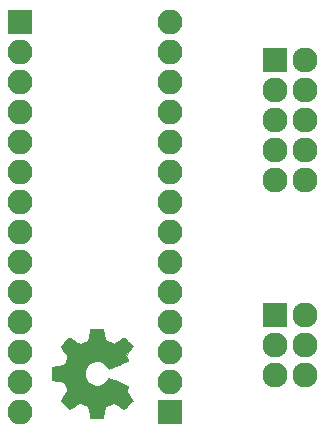
<source format=gbs>
G04 #@! TF.FileFunction,Soldermask,Bot*
%FSLAX46Y46*%
G04 Gerber Fmt 4.6, Leading zero omitted, Abs format (unit mm)*
G04 Created by KiCad (PCBNEW 4.0.7-e1-6374~58~ubuntu16.04.1) date Tue Aug 22 04:57:06 2017*
%MOMM*%
%LPD*%
G01*
G04 APERTURE LIST*
%ADD10C,0.100000*%
%ADD11C,0.002000*%
%ADD12R,2.127200X2.127200*%
%ADD13O,2.127200X2.127200*%
%ADD14R,2.100000X2.100000*%
%ADD15O,2.100000X2.100000*%
G04 APERTURE END LIST*
D10*
D11*
G36*
X94646328Y-125608470D02*
X94799449Y-125638098D01*
X94935644Y-125666254D01*
X95046818Y-125691117D01*
X95124872Y-125710866D01*
X95161710Y-125723680D01*
X95162954Y-125724643D01*
X95181112Y-125756504D01*
X95212930Y-125825100D01*
X95253918Y-125919446D01*
X95299586Y-126028556D01*
X95345446Y-126141444D01*
X95387007Y-126247124D01*
X95419780Y-126334611D01*
X95439276Y-126392920D01*
X95442734Y-126409256D01*
X95428887Y-126438221D01*
X95390371Y-126501986D01*
X95331723Y-126593474D01*
X95257481Y-126705608D01*
X95172180Y-126831314D01*
X95171576Y-126832193D01*
X95085290Y-126958656D01*
X95008896Y-127072075D01*
X94947195Y-127165204D01*
X94904991Y-127230792D01*
X94887122Y-127261500D01*
X94900137Y-127289564D01*
X94943903Y-127345672D01*
X95011781Y-127423103D01*
X95097132Y-127515138D01*
X95193314Y-127615056D01*
X95293688Y-127716137D01*
X95391613Y-127811662D01*
X95480451Y-127894911D01*
X95553560Y-127959164D01*
X95604301Y-127997701D01*
X95622565Y-128005789D01*
X95655566Y-127991934D01*
X95723047Y-127953416D01*
X95817627Y-127894805D01*
X95931929Y-127820670D01*
X96055397Y-127737749D01*
X96181209Y-127653000D01*
X96293794Y-127579274D01*
X96385950Y-127521120D01*
X96450472Y-127483083D01*
X96479988Y-127469708D01*
X96514578Y-127479533D01*
X96584968Y-127505966D01*
X96680500Y-127544444D01*
X96790518Y-127590403D01*
X96904363Y-127639280D01*
X97011377Y-127686513D01*
X97100902Y-127727538D01*
X97162280Y-127757791D01*
X97183846Y-127771062D01*
X97192568Y-127798915D01*
X97208805Y-127867522D01*
X97230665Y-127967456D01*
X97256253Y-128089288D01*
X97283678Y-128223592D01*
X97311047Y-128360939D01*
X97336467Y-128491903D01*
X97358045Y-128607056D01*
X97373889Y-128696971D01*
X97382105Y-128752220D01*
X97382834Y-128762194D01*
X97406820Y-128767541D01*
X97472685Y-128771123D01*
X97571287Y-128773079D01*
X97693484Y-128773545D01*
X97830135Y-128772662D01*
X97972098Y-128770566D01*
X98110233Y-128767395D01*
X98235397Y-128763288D01*
X98338450Y-128758383D01*
X98410249Y-128752818D01*
X98441654Y-128746731D01*
X98442167Y-128746194D01*
X98451760Y-128713912D01*
X98468709Y-128639971D01*
X98491207Y-128532934D01*
X98517447Y-128401369D01*
X98542210Y-128272036D01*
X98571810Y-128122990D01*
X98600907Y-127991696D01*
X98627384Y-127886664D01*
X98649123Y-127816402D01*
X98662024Y-127790613D01*
X98697981Y-127769725D01*
X98770727Y-127735670D01*
X98869408Y-127692824D01*
X98983169Y-127645561D01*
X99101157Y-127598256D01*
X99212517Y-127555284D01*
X99306395Y-127521021D01*
X99371936Y-127499840D01*
X99395089Y-127495141D01*
X99426255Y-127509084D01*
X99491693Y-127547699D01*
X99583933Y-127606262D01*
X99695503Y-127680049D01*
X99798948Y-127750513D01*
X99921735Y-127833598D01*
X100032326Y-127905376D01*
X100123032Y-127961097D01*
X100186166Y-127996013D01*
X100212161Y-128005789D01*
X100240816Y-127988580D01*
X100297962Y-127941437D01*
X100376681Y-127871086D01*
X100470057Y-127784253D01*
X100571174Y-127687665D01*
X100673116Y-127588047D01*
X100768965Y-127492126D01*
X100851807Y-127406628D01*
X100914724Y-127338278D01*
X100950801Y-127293804D01*
X100956703Y-127281719D01*
X100942926Y-127254552D01*
X100904779Y-127192849D01*
X100847037Y-127103991D01*
X100774477Y-126995362D01*
X100713484Y-126905763D01*
X100631568Y-126785309D01*
X100559487Y-126677359D01*
X100502430Y-126589837D01*
X100465582Y-126530666D01*
X100454503Y-126510131D01*
X100457412Y-126468072D01*
X100479964Y-126395316D01*
X100517625Y-126306130D01*
X100522734Y-126295437D01*
X100561589Y-126207165D01*
X100586898Y-126133842D01*
X100593915Y-126089565D01*
X100593122Y-126086367D01*
X100568305Y-126071052D01*
X100502864Y-126039056D01*
X100403360Y-125993187D01*
X100276358Y-125936257D01*
X100128420Y-125871075D01*
X99966109Y-125800451D01*
X99795990Y-125727196D01*
X99624624Y-125654118D01*
X99458574Y-125584029D01*
X99304405Y-125519738D01*
X99168679Y-125464055D01*
X99057959Y-125419790D01*
X98978808Y-125389754D01*
X98937789Y-125376756D01*
X98935006Y-125376442D01*
X98913774Y-125395565D01*
X98870510Y-125446630D01*
X98813060Y-125520177D01*
X98787586Y-125554148D01*
X98627800Y-125732056D01*
X98447344Y-125867483D01*
X98251978Y-125960014D01*
X98047461Y-126009233D01*
X97839552Y-126014726D01*
X97634010Y-125976078D01*
X97436595Y-125892873D01*
X97253065Y-125764696D01*
X97157180Y-125671686D01*
X97026241Y-125495636D01*
X96940272Y-125306522D01*
X96896760Y-125110041D01*
X96893193Y-124911888D01*
X96927056Y-124717760D01*
X96995836Y-124533351D01*
X97097020Y-124364358D01*
X97228094Y-124216476D01*
X97386546Y-124095401D01*
X97569861Y-124006829D01*
X97775526Y-123956456D01*
X97918278Y-123946894D01*
X98146942Y-123971027D01*
X98358294Y-124042930D01*
X98550937Y-124161865D01*
X98723474Y-124327091D01*
X98787586Y-124407379D01*
X98848545Y-124487332D01*
X98898490Y-124548627D01*
X98929576Y-124581805D01*
X98935006Y-124585085D01*
X98968796Y-124575373D01*
X99041854Y-124548111D01*
X99147614Y-124506112D01*
X99279514Y-124452187D01*
X99430991Y-124389151D01*
X99595481Y-124319814D01*
X99766421Y-124246989D01*
X99937249Y-124173489D01*
X100101399Y-124102126D01*
X100252310Y-124035712D01*
X100383418Y-123977061D01*
X100488160Y-123928983D01*
X100559973Y-123894292D01*
X100592292Y-123875801D01*
X100593392Y-123874456D01*
X100589219Y-123835746D01*
X100565686Y-123765627D01*
X100527543Y-123677696D01*
X100517245Y-123656468D01*
X100427223Y-123474633D01*
X100691963Y-123087672D01*
X100776073Y-122963596D01*
X100849161Y-122853610D01*
X100906665Y-122764757D01*
X100944024Y-122704079D01*
X100956703Y-122678888D01*
X100939434Y-122654908D01*
X100891321Y-122600990D01*
X100817907Y-122523010D01*
X100724735Y-122426844D01*
X100617347Y-122318370D01*
X100605368Y-122306402D01*
X100494356Y-122197703D01*
X100393324Y-122102715D01*
X100308547Y-122027024D01*
X100246300Y-121976218D01*
X100212859Y-121955883D01*
X100211488Y-121955739D01*
X100177409Y-121969699D01*
X100109334Y-122008414D01*
X100014935Y-122067137D01*
X99901885Y-122141120D01*
X99798948Y-122211015D01*
X99676894Y-122293957D01*
X99567881Y-122365652D01*
X99479379Y-122421378D01*
X99418859Y-122456409D01*
X99395089Y-122466386D01*
X99355716Y-122456912D01*
X99280442Y-122431305D01*
X99180120Y-122393941D01*
X99065606Y-122349194D01*
X98947752Y-122301440D01*
X98837415Y-122255053D01*
X98745446Y-122214409D01*
X98682702Y-122183882D01*
X98662024Y-122170914D01*
X98645809Y-122135872D01*
X98623103Y-122059016D01*
X98596024Y-121948854D01*
X98566689Y-121813896D01*
X98542210Y-121689491D01*
X98514173Y-121543420D01*
X98488285Y-121414337D01*
X98466355Y-121310806D01*
X98450191Y-121241395D01*
X98442167Y-121215334D01*
X98414619Y-121209209D01*
X98345899Y-121203594D01*
X98245149Y-121198627D01*
X98121509Y-121194447D01*
X97984121Y-121191192D01*
X97842128Y-121188999D01*
X97704669Y-121188007D01*
X97580888Y-121188354D01*
X97479924Y-121190177D01*
X97410920Y-121193615D01*
X97383018Y-121198807D01*
X97382834Y-121199334D01*
X97378028Y-121238863D01*
X97364873Y-121316656D01*
X97345260Y-121423287D01*
X97321084Y-121549328D01*
X97294236Y-121685351D01*
X97266609Y-121821929D01*
X97240096Y-121949635D01*
X97216590Y-122059040D01*
X97197983Y-122140719D01*
X97186168Y-122185242D01*
X97183846Y-122190466D01*
X97152182Y-122209007D01*
X97083966Y-122241917D01*
X96989856Y-122284634D01*
X96880510Y-122332595D01*
X96766586Y-122381236D01*
X96658742Y-122425994D01*
X96567635Y-122462306D01*
X96503924Y-122485609D01*
X96479988Y-122491819D01*
X96449675Y-122478007D01*
X96384642Y-122439604D01*
X96292093Y-122381157D01*
X96179233Y-122307214D01*
X96055397Y-122223779D01*
X95928966Y-122138902D01*
X95815058Y-122065091D01*
X95721050Y-122006915D01*
X95654322Y-121968944D01*
X95622565Y-121955739D01*
X95590688Y-121973106D01*
X95531958Y-122020728D01*
X95453015Y-122091884D01*
X95360499Y-122179855D01*
X95261051Y-122277920D01*
X95161310Y-122379361D01*
X95067916Y-122477456D01*
X94987510Y-122565487D01*
X94926731Y-122636732D01*
X94892219Y-122684473D01*
X94887122Y-122700028D01*
X94905248Y-122731147D01*
X94947634Y-122796994D01*
X95009476Y-122890321D01*
X95085973Y-123003879D01*
X95171576Y-123129334D01*
X95256936Y-123255107D01*
X95331269Y-123367357D01*
X95390037Y-123459009D01*
X95428704Y-123522985D01*
X95442733Y-123552208D01*
X95442734Y-123552271D01*
X95433263Y-123588016D01*
X95407846Y-123659473D01*
X95370970Y-123755657D01*
X95327126Y-123865582D01*
X95280803Y-123978263D01*
X95236491Y-124082713D01*
X95198678Y-124167948D01*
X95171854Y-124222982D01*
X95162954Y-124236885D01*
X95131471Y-124248768D01*
X95057824Y-124267799D01*
X94950109Y-124292157D01*
X94816424Y-124320022D01*
X94664867Y-124349572D01*
X94646328Y-124353058D01*
X94153588Y-124445345D01*
X94153588Y-125516183D01*
X94646328Y-125608470D01*
X94646328Y-125608470D01*
G37*
X94646328Y-125608470D02*
X94799449Y-125638098D01*
X94935644Y-125666254D01*
X95046818Y-125691117D01*
X95124872Y-125710866D01*
X95161710Y-125723680D01*
X95162954Y-125724643D01*
X95181112Y-125756504D01*
X95212930Y-125825100D01*
X95253918Y-125919446D01*
X95299586Y-126028556D01*
X95345446Y-126141444D01*
X95387007Y-126247124D01*
X95419780Y-126334611D01*
X95439276Y-126392920D01*
X95442734Y-126409256D01*
X95428887Y-126438221D01*
X95390371Y-126501986D01*
X95331723Y-126593474D01*
X95257481Y-126705608D01*
X95172180Y-126831314D01*
X95171576Y-126832193D01*
X95085290Y-126958656D01*
X95008896Y-127072075D01*
X94947195Y-127165204D01*
X94904991Y-127230792D01*
X94887122Y-127261500D01*
X94900137Y-127289564D01*
X94943903Y-127345672D01*
X95011781Y-127423103D01*
X95097132Y-127515138D01*
X95193314Y-127615056D01*
X95293688Y-127716137D01*
X95391613Y-127811662D01*
X95480451Y-127894911D01*
X95553560Y-127959164D01*
X95604301Y-127997701D01*
X95622565Y-128005789D01*
X95655566Y-127991934D01*
X95723047Y-127953416D01*
X95817627Y-127894805D01*
X95931929Y-127820670D01*
X96055397Y-127737749D01*
X96181209Y-127653000D01*
X96293794Y-127579274D01*
X96385950Y-127521120D01*
X96450472Y-127483083D01*
X96479988Y-127469708D01*
X96514578Y-127479533D01*
X96584968Y-127505966D01*
X96680500Y-127544444D01*
X96790518Y-127590403D01*
X96904363Y-127639280D01*
X97011377Y-127686513D01*
X97100902Y-127727538D01*
X97162280Y-127757791D01*
X97183846Y-127771062D01*
X97192568Y-127798915D01*
X97208805Y-127867522D01*
X97230665Y-127967456D01*
X97256253Y-128089288D01*
X97283678Y-128223592D01*
X97311047Y-128360939D01*
X97336467Y-128491903D01*
X97358045Y-128607056D01*
X97373889Y-128696971D01*
X97382105Y-128752220D01*
X97382834Y-128762194D01*
X97406820Y-128767541D01*
X97472685Y-128771123D01*
X97571287Y-128773079D01*
X97693484Y-128773545D01*
X97830135Y-128772662D01*
X97972098Y-128770566D01*
X98110233Y-128767395D01*
X98235397Y-128763288D01*
X98338450Y-128758383D01*
X98410249Y-128752818D01*
X98441654Y-128746731D01*
X98442167Y-128746194D01*
X98451760Y-128713912D01*
X98468709Y-128639971D01*
X98491207Y-128532934D01*
X98517447Y-128401369D01*
X98542210Y-128272036D01*
X98571810Y-128122990D01*
X98600907Y-127991696D01*
X98627384Y-127886664D01*
X98649123Y-127816402D01*
X98662024Y-127790613D01*
X98697981Y-127769725D01*
X98770727Y-127735670D01*
X98869408Y-127692824D01*
X98983169Y-127645561D01*
X99101157Y-127598256D01*
X99212517Y-127555284D01*
X99306395Y-127521021D01*
X99371936Y-127499840D01*
X99395089Y-127495141D01*
X99426255Y-127509084D01*
X99491693Y-127547699D01*
X99583933Y-127606262D01*
X99695503Y-127680049D01*
X99798948Y-127750513D01*
X99921735Y-127833598D01*
X100032326Y-127905376D01*
X100123032Y-127961097D01*
X100186166Y-127996013D01*
X100212161Y-128005789D01*
X100240816Y-127988580D01*
X100297962Y-127941437D01*
X100376681Y-127871086D01*
X100470057Y-127784253D01*
X100571174Y-127687665D01*
X100673116Y-127588047D01*
X100768965Y-127492126D01*
X100851807Y-127406628D01*
X100914724Y-127338278D01*
X100950801Y-127293804D01*
X100956703Y-127281719D01*
X100942926Y-127254552D01*
X100904779Y-127192849D01*
X100847037Y-127103991D01*
X100774477Y-126995362D01*
X100713484Y-126905763D01*
X100631568Y-126785309D01*
X100559487Y-126677359D01*
X100502430Y-126589837D01*
X100465582Y-126530666D01*
X100454503Y-126510131D01*
X100457412Y-126468072D01*
X100479964Y-126395316D01*
X100517625Y-126306130D01*
X100522734Y-126295437D01*
X100561589Y-126207165D01*
X100586898Y-126133842D01*
X100593915Y-126089565D01*
X100593122Y-126086367D01*
X100568305Y-126071052D01*
X100502864Y-126039056D01*
X100403360Y-125993187D01*
X100276358Y-125936257D01*
X100128420Y-125871075D01*
X99966109Y-125800451D01*
X99795990Y-125727196D01*
X99624624Y-125654118D01*
X99458574Y-125584029D01*
X99304405Y-125519738D01*
X99168679Y-125464055D01*
X99057959Y-125419790D01*
X98978808Y-125389754D01*
X98937789Y-125376756D01*
X98935006Y-125376442D01*
X98913774Y-125395565D01*
X98870510Y-125446630D01*
X98813060Y-125520177D01*
X98787586Y-125554148D01*
X98627800Y-125732056D01*
X98447344Y-125867483D01*
X98251978Y-125960014D01*
X98047461Y-126009233D01*
X97839552Y-126014726D01*
X97634010Y-125976078D01*
X97436595Y-125892873D01*
X97253065Y-125764696D01*
X97157180Y-125671686D01*
X97026241Y-125495636D01*
X96940272Y-125306522D01*
X96896760Y-125110041D01*
X96893193Y-124911888D01*
X96927056Y-124717760D01*
X96995836Y-124533351D01*
X97097020Y-124364358D01*
X97228094Y-124216476D01*
X97386546Y-124095401D01*
X97569861Y-124006829D01*
X97775526Y-123956456D01*
X97918278Y-123946894D01*
X98146942Y-123971027D01*
X98358294Y-124042930D01*
X98550937Y-124161865D01*
X98723474Y-124327091D01*
X98787586Y-124407379D01*
X98848545Y-124487332D01*
X98898490Y-124548627D01*
X98929576Y-124581805D01*
X98935006Y-124585085D01*
X98968796Y-124575373D01*
X99041854Y-124548111D01*
X99147614Y-124506112D01*
X99279514Y-124452187D01*
X99430991Y-124389151D01*
X99595481Y-124319814D01*
X99766421Y-124246989D01*
X99937249Y-124173489D01*
X100101399Y-124102126D01*
X100252310Y-124035712D01*
X100383418Y-123977061D01*
X100488160Y-123928983D01*
X100559973Y-123894292D01*
X100592292Y-123875801D01*
X100593392Y-123874456D01*
X100589219Y-123835746D01*
X100565686Y-123765627D01*
X100527543Y-123677696D01*
X100517245Y-123656468D01*
X100427223Y-123474633D01*
X100691963Y-123087672D01*
X100776073Y-122963596D01*
X100849161Y-122853610D01*
X100906665Y-122764757D01*
X100944024Y-122704079D01*
X100956703Y-122678888D01*
X100939434Y-122654908D01*
X100891321Y-122600990D01*
X100817907Y-122523010D01*
X100724735Y-122426844D01*
X100617347Y-122318370D01*
X100605368Y-122306402D01*
X100494356Y-122197703D01*
X100393324Y-122102715D01*
X100308547Y-122027024D01*
X100246300Y-121976218D01*
X100212859Y-121955883D01*
X100211488Y-121955739D01*
X100177409Y-121969699D01*
X100109334Y-122008414D01*
X100014935Y-122067137D01*
X99901885Y-122141120D01*
X99798948Y-122211015D01*
X99676894Y-122293957D01*
X99567881Y-122365652D01*
X99479379Y-122421378D01*
X99418859Y-122456409D01*
X99395089Y-122466386D01*
X99355716Y-122456912D01*
X99280442Y-122431305D01*
X99180120Y-122393941D01*
X99065606Y-122349194D01*
X98947752Y-122301440D01*
X98837415Y-122255053D01*
X98745446Y-122214409D01*
X98682702Y-122183882D01*
X98662024Y-122170914D01*
X98645809Y-122135872D01*
X98623103Y-122059016D01*
X98596024Y-121948854D01*
X98566689Y-121813896D01*
X98542210Y-121689491D01*
X98514173Y-121543420D01*
X98488285Y-121414337D01*
X98466355Y-121310806D01*
X98450191Y-121241395D01*
X98442167Y-121215334D01*
X98414619Y-121209209D01*
X98345899Y-121203594D01*
X98245149Y-121198627D01*
X98121509Y-121194447D01*
X97984121Y-121191192D01*
X97842128Y-121188999D01*
X97704669Y-121188007D01*
X97580888Y-121188354D01*
X97479924Y-121190177D01*
X97410920Y-121193615D01*
X97383018Y-121198807D01*
X97382834Y-121199334D01*
X97378028Y-121238863D01*
X97364873Y-121316656D01*
X97345260Y-121423287D01*
X97321084Y-121549328D01*
X97294236Y-121685351D01*
X97266609Y-121821929D01*
X97240096Y-121949635D01*
X97216590Y-122059040D01*
X97197983Y-122140719D01*
X97186168Y-122185242D01*
X97183846Y-122190466D01*
X97152182Y-122209007D01*
X97083966Y-122241917D01*
X96989856Y-122284634D01*
X96880510Y-122332595D01*
X96766586Y-122381236D01*
X96658742Y-122425994D01*
X96567635Y-122462306D01*
X96503924Y-122485609D01*
X96479988Y-122491819D01*
X96449675Y-122478007D01*
X96384642Y-122439604D01*
X96292093Y-122381157D01*
X96179233Y-122307214D01*
X96055397Y-122223779D01*
X95928966Y-122138902D01*
X95815058Y-122065091D01*
X95721050Y-122006915D01*
X95654322Y-121968944D01*
X95622565Y-121955739D01*
X95590688Y-121973106D01*
X95531958Y-122020728D01*
X95453015Y-122091884D01*
X95360499Y-122179855D01*
X95261051Y-122277920D01*
X95161310Y-122379361D01*
X95067916Y-122477456D01*
X94987510Y-122565487D01*
X94926731Y-122636732D01*
X94892219Y-122684473D01*
X94887122Y-122700028D01*
X94905248Y-122731147D01*
X94947634Y-122796994D01*
X95009476Y-122890321D01*
X95085973Y-123003879D01*
X95171576Y-123129334D01*
X95256936Y-123255107D01*
X95331269Y-123367357D01*
X95390037Y-123459009D01*
X95428704Y-123522985D01*
X95442733Y-123552208D01*
X95442734Y-123552271D01*
X95433263Y-123588016D01*
X95407846Y-123659473D01*
X95370970Y-123755657D01*
X95327126Y-123865582D01*
X95280803Y-123978263D01*
X95236491Y-124082713D01*
X95198678Y-124167948D01*
X95171854Y-124222982D01*
X95162954Y-124236885D01*
X95131471Y-124248768D01*
X95057824Y-124267799D01*
X94950109Y-124292157D01*
X94816424Y-124320022D01*
X94664867Y-124349572D01*
X94646328Y-124353058D01*
X94153588Y-124445345D01*
X94153588Y-125516183D01*
X94646328Y-125608470D01*
D12*
X113030000Y-98425000D03*
D13*
X115570000Y-98425000D03*
X113030000Y-100965000D03*
X115570000Y-100965000D03*
X113030000Y-103505000D03*
X115570000Y-103505000D03*
X113030000Y-106045000D03*
X115570000Y-106045000D03*
X113030000Y-108585000D03*
X115570000Y-108585000D03*
D14*
X91440000Y-95250000D03*
D15*
X91440000Y-97790000D03*
X91440000Y-100330000D03*
X91440000Y-102870000D03*
X91440000Y-105410000D03*
X91440000Y-107950000D03*
X91440000Y-110490000D03*
X91440000Y-113030000D03*
X91440000Y-115570000D03*
X91440000Y-118110000D03*
X91440000Y-120650000D03*
X91440000Y-123190000D03*
X91440000Y-125730000D03*
X91440000Y-128270000D03*
D14*
X104140000Y-128270000D03*
D15*
X104140000Y-125730000D03*
X104140000Y-123190000D03*
X104140000Y-120650000D03*
X104140000Y-118110000D03*
X104140000Y-115570000D03*
X104140000Y-113030000D03*
X104140000Y-110490000D03*
X104140000Y-107950000D03*
X104140000Y-105410000D03*
X104140000Y-102870000D03*
X104140000Y-100330000D03*
X104140000Y-97790000D03*
X104140000Y-95250000D03*
D12*
X113030000Y-120015000D03*
D13*
X115570000Y-120015000D03*
X113030000Y-122555000D03*
X115570000Y-122555000D03*
X113030000Y-125095000D03*
X115570000Y-125095000D03*
M02*

</source>
